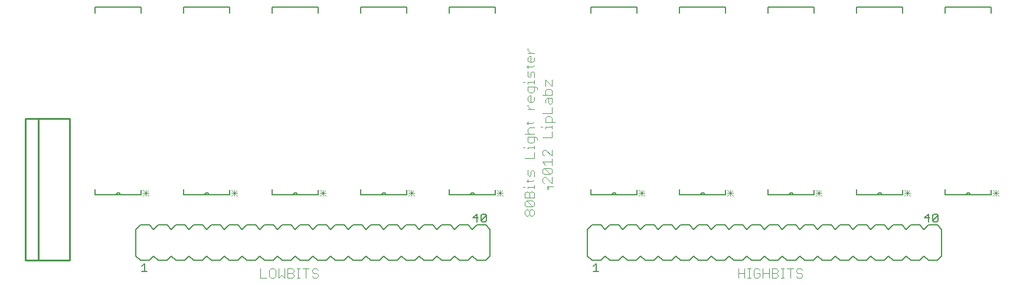
<source format=gto>
G75*
G70*
%OFA0B0*%
%FSLAX24Y24*%
%IPPOS*%
%LPD*%
%AMOC8*
5,1,8,0,0,1.08239X$1,22.5*
%
%ADD10C,0.0040*%
%ADD11C,0.0060*%
%ADD12C,0.0030*%
%ADD13C,0.0050*%
%ADD14C,0.0100*%
D10*
X014621Y000322D02*
X014968Y000322D01*
X015136Y000409D02*
X015223Y000322D01*
X015397Y000322D01*
X015483Y000409D01*
X015483Y000756D01*
X015397Y000843D01*
X015223Y000843D01*
X015136Y000756D01*
X015136Y000409D01*
X014621Y000322D02*
X014621Y000843D01*
X015652Y000843D02*
X015652Y000322D01*
X015826Y000496D01*
X015999Y000322D01*
X015999Y000843D01*
X016168Y000843D02*
X016428Y000843D01*
X016515Y000756D01*
X016515Y000669D01*
X016428Y000583D01*
X016168Y000583D01*
X016168Y000843D02*
X016168Y000322D01*
X016428Y000322D01*
X016515Y000409D01*
X016515Y000496D01*
X016428Y000583D01*
X016683Y000843D02*
X016857Y000843D01*
X016770Y000843D02*
X016770Y000322D01*
X016683Y000322D02*
X016857Y000322D01*
X017201Y000322D02*
X017201Y000843D01*
X017374Y000843D02*
X017027Y000843D01*
X017543Y000756D02*
X017543Y000669D01*
X017629Y000583D01*
X017803Y000583D01*
X017890Y000496D01*
X017890Y000409D01*
X017803Y000322D01*
X017629Y000322D01*
X017543Y000409D01*
X017543Y000756D02*
X017629Y000843D01*
X017803Y000843D01*
X017890Y000756D01*
X029560Y003909D02*
X029560Y004083D01*
X029647Y004169D01*
X029734Y004169D01*
X029821Y004083D01*
X029821Y003909D01*
X029734Y003822D01*
X029647Y003822D01*
X029560Y003909D01*
X029821Y003909D02*
X029907Y003822D01*
X029994Y003822D01*
X030081Y003909D01*
X030081Y004083D01*
X029994Y004169D01*
X029907Y004169D01*
X029821Y004083D01*
X029994Y004338D02*
X029647Y004338D01*
X029560Y004425D01*
X029560Y004598D01*
X029647Y004685D01*
X029994Y004338D01*
X030081Y004425D01*
X030081Y004598D01*
X029994Y004685D01*
X029647Y004685D01*
X029560Y004854D02*
X029560Y005114D01*
X029647Y005201D01*
X029734Y005201D01*
X029821Y005114D01*
X029821Y004854D01*
X030081Y004854D02*
X030081Y005114D01*
X029994Y005201D01*
X029907Y005201D01*
X029821Y005114D01*
X030081Y004854D02*
X029560Y004854D01*
X030821Y005322D02*
X030821Y005496D01*
X031168Y005496D01*
X031081Y005666D02*
X030734Y006013D01*
X030647Y006013D01*
X030560Y005926D01*
X030560Y005753D01*
X030647Y005666D01*
X030907Y005496D02*
X030907Y005322D01*
X031081Y005666D02*
X031081Y006013D01*
X030994Y006182D02*
X030647Y006182D01*
X030560Y006268D01*
X030560Y006442D01*
X030647Y006529D01*
X030994Y006182D01*
X031081Y006268D01*
X031081Y006442D01*
X030994Y006529D01*
X030647Y006529D01*
X030734Y006697D02*
X030560Y006871D01*
X031081Y006871D01*
X031081Y007044D02*
X031081Y006697D01*
X030081Y006317D02*
X029994Y006404D01*
X029907Y006317D01*
X029907Y006143D01*
X029821Y006057D01*
X029734Y006143D01*
X029734Y006404D01*
X030081Y006317D02*
X030081Y006057D01*
X030081Y005886D02*
X029994Y005800D01*
X029647Y005800D01*
X029734Y005886D02*
X029734Y005713D01*
X030081Y005543D02*
X030081Y005369D01*
X030081Y005456D02*
X029734Y005456D01*
X029734Y005369D01*
X029560Y005456D02*
X029474Y005456D01*
X029560Y007088D02*
X030081Y007088D01*
X030081Y007435D01*
X030081Y007604D02*
X030081Y007777D01*
X030081Y007690D02*
X029734Y007690D01*
X029734Y007604D01*
X029560Y007690D02*
X029474Y007690D01*
X029734Y008034D02*
X029821Y007947D01*
X029994Y007947D01*
X030081Y008034D01*
X030081Y008294D01*
X030168Y008294D02*
X029734Y008294D01*
X029734Y008034D01*
X030168Y008294D02*
X030254Y008208D01*
X030254Y008121D01*
X030560Y008244D02*
X031081Y008244D01*
X031081Y008591D01*
X031081Y008760D02*
X031081Y008933D01*
X031081Y008847D02*
X030734Y008847D01*
X030734Y008760D01*
X030560Y008847D02*
X030474Y008847D01*
X030734Y009104D02*
X030734Y009364D01*
X030821Y009451D01*
X030994Y009451D01*
X031081Y009364D01*
X031081Y009104D01*
X031254Y009104D02*
X030734Y009104D01*
X030081Y009152D02*
X029994Y009065D01*
X029647Y009065D01*
X029734Y008979D02*
X029734Y009152D01*
X029821Y008810D02*
X030081Y008810D01*
X029821Y008810D02*
X029734Y008723D01*
X029734Y008550D01*
X029821Y008463D01*
X030081Y008463D02*
X029560Y008463D01*
X030560Y007473D02*
X030560Y007300D01*
X030647Y007213D01*
X030734Y007560D02*
X031081Y007213D01*
X031081Y007560D01*
X030734Y007560D02*
X030647Y007560D01*
X030560Y007473D01*
X030560Y009619D02*
X031081Y009619D01*
X031081Y009966D01*
X030994Y010135D02*
X030907Y010222D01*
X030907Y010482D01*
X030821Y010482D02*
X031081Y010482D01*
X031081Y010222D01*
X030994Y010135D01*
X030734Y010222D02*
X030734Y010395D01*
X030821Y010482D01*
X030734Y010651D02*
X030734Y010911D01*
X030821Y010997D01*
X030994Y010997D01*
X031081Y010911D01*
X031081Y010651D01*
X030560Y010651D01*
X030081Y010528D02*
X030081Y010354D01*
X029994Y010268D01*
X029821Y010268D01*
X029734Y010354D01*
X029734Y010528D01*
X029821Y010615D01*
X029907Y010615D01*
X029907Y010268D01*
X029734Y010098D02*
X029734Y010011D01*
X029907Y009838D01*
X029734Y009838D02*
X030081Y009838D01*
X029994Y010783D02*
X030081Y010870D01*
X030081Y011130D01*
X030168Y011130D02*
X029734Y011130D01*
X029734Y010870D01*
X029821Y010783D01*
X029994Y010783D01*
X030254Y010957D02*
X030254Y011044D01*
X030168Y011130D01*
X030081Y011299D02*
X030081Y011472D01*
X030081Y011386D02*
X029734Y011386D01*
X029734Y011299D01*
X029560Y011386D02*
X029474Y011386D01*
X029734Y011729D02*
X029734Y011990D01*
X029734Y012158D02*
X029734Y012332D01*
X029647Y012245D02*
X029994Y012245D01*
X030081Y012332D01*
X029994Y012502D02*
X029821Y012502D01*
X029734Y012589D01*
X029734Y012762D01*
X029821Y012849D01*
X029907Y012849D01*
X029907Y012502D01*
X029994Y012502D02*
X030081Y012589D01*
X030081Y012762D01*
X030081Y013018D02*
X029734Y013018D01*
X029907Y013018D02*
X029734Y013191D01*
X029734Y013278D01*
X029994Y011990D02*
X029907Y011903D01*
X029907Y011729D01*
X029821Y011643D01*
X029734Y011729D01*
X030081Y011643D02*
X030081Y011903D01*
X029994Y011990D01*
X030734Y011513D02*
X031081Y011166D01*
X031081Y011513D01*
X030734Y011513D02*
X030734Y011166D01*
X041621Y000843D02*
X041621Y000322D01*
X041968Y000322D02*
X041968Y000843D01*
X042136Y000843D02*
X042310Y000843D01*
X042223Y000843D02*
X042223Y000322D01*
X042136Y000322D02*
X042310Y000322D01*
X042480Y000409D02*
X042567Y000322D01*
X042740Y000322D01*
X042827Y000409D01*
X042827Y000583D01*
X042654Y000583D01*
X042827Y000756D02*
X042740Y000843D01*
X042567Y000843D01*
X042480Y000756D01*
X042480Y000409D01*
X042996Y000322D02*
X042996Y000843D01*
X042996Y000583D02*
X043343Y000583D01*
X043511Y000583D02*
X043772Y000583D01*
X043858Y000496D01*
X043858Y000409D01*
X043772Y000322D01*
X043511Y000322D01*
X043511Y000843D01*
X043772Y000843D01*
X043858Y000756D01*
X043858Y000669D01*
X043772Y000583D01*
X044027Y000843D02*
X044201Y000843D01*
X044114Y000843D02*
X044114Y000322D01*
X044027Y000322D02*
X044201Y000322D01*
X044544Y000322D02*
X044544Y000843D01*
X044371Y000843D02*
X044718Y000843D01*
X044886Y000756D02*
X044886Y000669D01*
X044973Y000583D01*
X045147Y000583D01*
X045233Y000496D01*
X045233Y000409D01*
X045147Y000322D01*
X044973Y000322D01*
X044886Y000409D01*
X044886Y000756D02*
X044973Y000843D01*
X045147Y000843D01*
X045233Y000756D01*
X043343Y000843D02*
X043343Y000322D01*
X041968Y000583D02*
X041621Y000583D01*
D11*
X041851Y001302D02*
X041351Y001302D01*
X041101Y001552D01*
X040851Y001302D01*
X040351Y001302D01*
X040101Y001552D01*
X039851Y001302D01*
X039351Y001302D01*
X039101Y001552D01*
X038851Y001302D01*
X038351Y001302D01*
X038101Y001552D01*
X037851Y001302D01*
X037351Y001302D01*
X037101Y001552D01*
X036851Y001302D01*
X036351Y001302D01*
X036101Y001552D01*
X035851Y001302D01*
X035351Y001302D01*
X035101Y001552D01*
X034851Y001302D01*
X034351Y001302D01*
X034101Y001552D01*
X033851Y001302D01*
X033351Y001302D01*
X033101Y001552D01*
X033101Y003052D01*
X033351Y003302D01*
X033851Y003302D01*
X034101Y003052D01*
X034351Y003302D01*
X034851Y003302D01*
X035101Y003052D01*
X035351Y003302D01*
X035851Y003302D01*
X036101Y003052D01*
X036351Y003302D01*
X036851Y003302D01*
X037101Y003052D01*
X037351Y003302D01*
X037851Y003302D01*
X038101Y003052D01*
X038351Y003302D01*
X038851Y003302D01*
X039101Y003052D01*
X039351Y003302D01*
X039851Y003302D01*
X040101Y003052D01*
X040351Y003302D01*
X040851Y003302D01*
X041101Y003052D01*
X041351Y003302D01*
X041851Y003302D01*
X042101Y003052D01*
X042351Y003302D01*
X042851Y003302D01*
X043101Y003052D01*
X043351Y003302D01*
X043851Y003302D01*
X044101Y003052D01*
X044351Y003302D01*
X044851Y003302D01*
X045101Y003052D01*
X045351Y003302D01*
X045851Y003302D01*
X046101Y003052D01*
X046351Y003302D01*
X046851Y003302D01*
X047101Y003052D01*
X047351Y003302D01*
X047851Y003302D01*
X048101Y003052D01*
X048351Y003302D01*
X048851Y003302D01*
X049101Y003052D01*
X049351Y003302D01*
X049851Y003302D01*
X050101Y003052D01*
X050351Y003302D01*
X050851Y003302D01*
X051101Y003052D01*
X051351Y003302D01*
X051851Y003302D01*
X052101Y003052D01*
X052351Y003302D01*
X052851Y003302D01*
X053101Y003052D01*
X053101Y001552D01*
X052851Y001302D01*
X052351Y001302D01*
X052101Y001552D01*
X051851Y001302D01*
X051351Y001302D01*
X051101Y001552D01*
X050851Y001302D01*
X050351Y001302D01*
X050101Y001552D01*
X049851Y001302D01*
X049351Y001302D01*
X049101Y001552D01*
X048851Y001302D01*
X048351Y001302D01*
X048101Y001552D01*
X047851Y001302D01*
X047351Y001302D01*
X047101Y001552D01*
X046851Y001302D01*
X046351Y001302D01*
X046101Y001552D01*
X045851Y001302D01*
X045351Y001302D01*
X045101Y001552D01*
X044851Y001302D01*
X044351Y001302D01*
X044101Y001552D01*
X043851Y001302D01*
X043351Y001302D01*
X043101Y001552D01*
X042851Y001302D01*
X042351Y001302D01*
X042101Y001552D01*
X041851Y001302D01*
X040901Y005002D02*
X039721Y005002D01*
X039481Y005002D01*
X038301Y005002D01*
X038301Y005322D01*
X039481Y005002D02*
X039483Y005023D01*
X039488Y005043D01*
X039497Y005062D01*
X039509Y005079D01*
X039524Y005094D01*
X039541Y005106D01*
X039560Y005115D01*
X039580Y005120D01*
X039601Y005122D01*
X039622Y005120D01*
X039642Y005115D01*
X039661Y005106D01*
X039678Y005094D01*
X039693Y005079D01*
X039705Y005062D01*
X039714Y005043D01*
X039719Y005023D01*
X039721Y005002D01*
X040901Y005002D02*
X040901Y005282D01*
X043301Y005322D02*
X043301Y005002D01*
X044481Y005002D01*
X044721Y005002D01*
X045901Y005002D01*
X045901Y005282D01*
X044721Y005002D02*
X044719Y005023D01*
X044714Y005043D01*
X044705Y005062D01*
X044693Y005079D01*
X044678Y005094D01*
X044661Y005106D01*
X044642Y005115D01*
X044622Y005120D01*
X044601Y005122D01*
X044580Y005120D01*
X044560Y005115D01*
X044541Y005106D01*
X044524Y005094D01*
X044509Y005079D01*
X044497Y005062D01*
X044488Y005043D01*
X044483Y005023D01*
X044481Y005002D01*
X048301Y005002D02*
X049481Y005002D01*
X049721Y005002D01*
X050901Y005002D01*
X050901Y005282D01*
X049721Y005002D02*
X049719Y005023D01*
X049714Y005043D01*
X049705Y005062D01*
X049693Y005079D01*
X049678Y005094D01*
X049661Y005106D01*
X049642Y005115D01*
X049622Y005120D01*
X049601Y005122D01*
X049580Y005120D01*
X049560Y005115D01*
X049541Y005106D01*
X049524Y005094D01*
X049509Y005079D01*
X049497Y005062D01*
X049488Y005043D01*
X049483Y005023D01*
X049481Y005002D01*
X048301Y005002D02*
X048301Y005322D01*
X053301Y005322D02*
X053301Y005002D01*
X054481Y005002D01*
X054721Y005002D01*
X055901Y005002D01*
X055901Y005282D01*
X054721Y005002D02*
X054719Y005023D01*
X054714Y005043D01*
X054705Y005062D01*
X054693Y005079D01*
X054678Y005094D01*
X054661Y005106D01*
X054642Y005115D01*
X054622Y005120D01*
X054601Y005122D01*
X054580Y005120D01*
X054560Y005115D01*
X054541Y005106D01*
X054524Y005094D01*
X054509Y005079D01*
X054497Y005062D01*
X054488Y005043D01*
X054483Y005023D01*
X054481Y005002D01*
X035901Y005002D02*
X035901Y005282D01*
X035901Y005002D02*
X034721Y005002D01*
X034481Y005002D01*
X033301Y005002D01*
X033301Y005322D01*
X034481Y005002D02*
X034483Y005023D01*
X034488Y005043D01*
X034497Y005062D01*
X034509Y005079D01*
X034524Y005094D01*
X034541Y005106D01*
X034560Y005115D01*
X034580Y005120D01*
X034601Y005122D01*
X034622Y005120D01*
X034642Y005115D01*
X034661Y005106D01*
X034678Y005094D01*
X034693Y005079D01*
X034705Y005062D01*
X034714Y005043D01*
X034719Y005023D01*
X034721Y005002D01*
X027901Y005002D02*
X027901Y005282D01*
X027901Y005002D02*
X026721Y005002D01*
X026481Y005002D01*
X025301Y005002D01*
X025301Y005322D01*
X026481Y005002D02*
X026483Y005023D01*
X026488Y005043D01*
X026497Y005062D01*
X026509Y005079D01*
X026524Y005094D01*
X026541Y005106D01*
X026560Y005115D01*
X026580Y005120D01*
X026601Y005122D01*
X026622Y005120D01*
X026642Y005115D01*
X026661Y005106D01*
X026678Y005094D01*
X026693Y005079D01*
X026705Y005062D01*
X026714Y005043D01*
X026719Y005023D01*
X026721Y005002D01*
X022901Y005002D02*
X022901Y005282D01*
X022901Y005002D02*
X021721Y005002D01*
X021481Y005002D01*
X020301Y005002D01*
X020301Y005322D01*
X021481Y005002D02*
X021483Y005023D01*
X021488Y005043D01*
X021497Y005062D01*
X021509Y005079D01*
X021524Y005094D01*
X021541Y005106D01*
X021560Y005115D01*
X021580Y005120D01*
X021601Y005122D01*
X021622Y005120D01*
X021642Y005115D01*
X021661Y005106D01*
X021678Y005094D01*
X021693Y005079D01*
X021705Y005062D01*
X021714Y005043D01*
X021719Y005023D01*
X021721Y005002D01*
X017901Y005002D02*
X017901Y005282D01*
X017901Y005002D02*
X016721Y005002D01*
X016481Y005002D01*
X015301Y005002D01*
X015301Y005322D01*
X016481Y005002D02*
X016483Y005023D01*
X016488Y005043D01*
X016497Y005062D01*
X016509Y005079D01*
X016524Y005094D01*
X016541Y005106D01*
X016560Y005115D01*
X016580Y005120D01*
X016601Y005122D01*
X016622Y005120D01*
X016642Y005115D01*
X016661Y005106D01*
X016678Y005094D01*
X016693Y005079D01*
X016705Y005062D01*
X016714Y005043D01*
X016719Y005023D01*
X016721Y005002D01*
X012901Y005002D02*
X012901Y005282D01*
X012901Y005002D02*
X011721Y005002D01*
X011481Y005002D01*
X010301Y005002D01*
X010301Y005322D01*
X011481Y005002D02*
X011483Y005023D01*
X011488Y005043D01*
X011497Y005062D01*
X011509Y005079D01*
X011524Y005094D01*
X011541Y005106D01*
X011560Y005115D01*
X011580Y005120D01*
X011601Y005122D01*
X011622Y005120D01*
X011642Y005115D01*
X011661Y005106D01*
X011678Y005094D01*
X011693Y005079D01*
X011705Y005062D01*
X011714Y005043D01*
X011719Y005023D01*
X011721Y005002D01*
X007901Y005002D02*
X007901Y005282D01*
X007901Y005002D02*
X006721Y005002D01*
X006481Y005002D01*
X005301Y005002D01*
X005301Y005322D01*
X006481Y005002D02*
X006483Y005023D01*
X006488Y005043D01*
X006497Y005062D01*
X006509Y005079D01*
X006524Y005094D01*
X006541Y005106D01*
X006560Y005115D01*
X006580Y005120D01*
X006601Y005122D01*
X006622Y005120D01*
X006642Y005115D01*
X006661Y005106D01*
X006678Y005094D01*
X006693Y005079D01*
X006705Y005062D01*
X006714Y005043D01*
X006719Y005023D01*
X006721Y005002D01*
X007851Y003302D02*
X007601Y003052D01*
X007601Y001552D01*
X007851Y001302D01*
X008351Y001302D01*
X008601Y001552D01*
X008851Y001302D01*
X009351Y001302D01*
X009601Y001552D01*
X009851Y001302D01*
X010351Y001302D01*
X010601Y001552D01*
X010851Y001302D01*
X011351Y001302D01*
X011601Y001552D01*
X011851Y001302D01*
X012351Y001302D01*
X012601Y001552D01*
X012851Y001302D01*
X013351Y001302D01*
X013601Y001552D01*
X013851Y001302D01*
X014351Y001302D01*
X014601Y001552D01*
X014851Y001302D01*
X015351Y001302D01*
X015601Y001552D01*
X015851Y001302D01*
X016351Y001302D01*
X016601Y001552D01*
X016851Y001302D01*
X017351Y001302D01*
X017601Y001552D01*
X017851Y001302D01*
X018351Y001302D01*
X018601Y001552D01*
X018851Y001302D01*
X019351Y001302D01*
X019601Y001552D01*
X019851Y001302D01*
X020351Y001302D01*
X020601Y001552D01*
X020851Y001302D01*
X021351Y001302D01*
X021601Y001552D01*
X021851Y001302D01*
X022351Y001302D01*
X022601Y001552D01*
X022851Y001302D01*
X023351Y001302D01*
X023601Y001552D01*
X023851Y001302D01*
X024351Y001302D01*
X024601Y001552D01*
X024851Y001302D01*
X025351Y001302D01*
X025601Y001552D01*
X025851Y001302D01*
X026351Y001302D01*
X026601Y001552D01*
X026851Y001302D01*
X027351Y001302D01*
X027601Y001552D01*
X027601Y003052D01*
X027351Y003302D01*
X026851Y003302D01*
X026601Y003052D01*
X026351Y003302D01*
X025851Y003302D01*
X025601Y003052D01*
X025351Y003302D01*
X024851Y003302D01*
X024601Y003052D01*
X024351Y003302D01*
X023851Y003302D01*
X023601Y003052D01*
X023351Y003302D01*
X022851Y003302D01*
X022601Y003052D01*
X022351Y003302D01*
X021851Y003302D01*
X021601Y003052D01*
X021351Y003302D01*
X020851Y003302D01*
X020601Y003052D01*
X020351Y003302D01*
X019851Y003302D01*
X019601Y003052D01*
X019351Y003302D01*
X018851Y003302D01*
X018601Y003052D01*
X018351Y003302D01*
X017851Y003302D01*
X017601Y003052D01*
X017351Y003302D01*
X016851Y003302D01*
X016601Y003052D01*
X016351Y003302D01*
X015851Y003302D01*
X015601Y003052D01*
X015351Y003302D01*
X014851Y003302D01*
X014601Y003052D01*
X014351Y003302D01*
X013851Y003302D01*
X013601Y003052D01*
X013351Y003302D01*
X012851Y003302D01*
X012601Y003052D01*
X012351Y003302D01*
X011851Y003302D01*
X011601Y003052D01*
X011351Y003302D01*
X010851Y003302D01*
X010601Y003052D01*
X010351Y003302D01*
X009851Y003302D01*
X009601Y003052D01*
X009351Y003302D01*
X008851Y003302D01*
X008601Y003052D01*
X008351Y003302D01*
X007851Y003302D01*
X007901Y015282D02*
X007901Y015602D01*
X005301Y015602D01*
X005301Y015282D01*
X010301Y015282D02*
X010301Y015602D01*
X012901Y015602D01*
X012901Y015282D01*
X015301Y015282D02*
X015301Y015602D01*
X017901Y015602D01*
X017901Y015282D01*
X020301Y015282D02*
X020301Y015602D01*
X022901Y015602D01*
X022901Y015282D01*
X025301Y015282D02*
X025301Y015602D01*
X027901Y015602D01*
X027901Y015282D01*
X033301Y015282D02*
X033301Y015602D01*
X035901Y015602D01*
X035901Y015282D01*
X038301Y015282D02*
X038301Y015602D01*
X040901Y015602D01*
X040901Y015282D01*
X043301Y015282D02*
X043301Y015602D01*
X045901Y015602D01*
X045901Y015282D01*
X048301Y015282D02*
X048301Y015602D01*
X050901Y015602D01*
X050901Y015282D01*
X053301Y015282D02*
X053301Y015602D01*
X055901Y015602D01*
X055901Y015282D01*
D12*
X056002Y005269D02*
X056316Y004955D01*
X056159Y004955D02*
X056159Y005269D01*
X056316Y005269D02*
X056002Y004955D01*
X056002Y005112D02*
X056316Y005112D01*
X051316Y005112D02*
X051002Y005112D01*
X051002Y004955D02*
X051316Y005269D01*
X051159Y005269D02*
X051159Y004955D01*
X051316Y004955D02*
X051002Y005269D01*
X046316Y005269D02*
X046002Y004955D01*
X046159Y004955D02*
X046159Y005269D01*
X046002Y005269D02*
X046316Y004955D01*
X046316Y005112D02*
X046002Y005112D01*
X041316Y005112D02*
X041002Y005112D01*
X041002Y004955D02*
X041316Y005269D01*
X041159Y005269D02*
X041159Y004955D01*
X041316Y004955D02*
X041002Y005269D01*
X036316Y005269D02*
X036002Y004955D01*
X036159Y004955D02*
X036159Y005269D01*
X036002Y005269D02*
X036316Y004955D01*
X036316Y005112D02*
X036002Y005112D01*
X028316Y005112D02*
X028002Y005112D01*
X028002Y004955D02*
X028316Y005269D01*
X028159Y005269D02*
X028159Y004955D01*
X028316Y004955D02*
X028002Y005269D01*
X023316Y005269D02*
X023002Y004955D01*
X023159Y004955D02*
X023159Y005269D01*
X023002Y005269D02*
X023316Y004955D01*
X023316Y005112D02*
X023002Y005112D01*
X018316Y005112D02*
X018002Y005112D01*
X018002Y004955D02*
X018316Y005269D01*
X018159Y005269D02*
X018159Y004955D01*
X018316Y004955D02*
X018002Y005269D01*
X013316Y005269D02*
X013002Y004955D01*
X013159Y004955D02*
X013159Y005269D01*
X013002Y005269D02*
X013316Y004955D01*
X013316Y005112D02*
X013002Y005112D01*
X008316Y005112D02*
X008002Y005112D01*
X008002Y004955D02*
X008316Y005269D01*
X008159Y005269D02*
X008159Y004955D01*
X008316Y004955D02*
X008002Y005269D01*
D13*
X008076Y001128D02*
X008076Y000677D01*
X007926Y000677D02*
X008226Y000677D01*
X007926Y000978D02*
X008076Y001128D01*
X026626Y003703D02*
X026926Y003703D01*
X027086Y003853D02*
X027086Y003552D01*
X027386Y003853D01*
X027386Y003552D01*
X027311Y003477D01*
X027161Y003477D01*
X027086Y003552D01*
X026851Y003477D02*
X026851Y003928D01*
X026626Y003703D01*
X027086Y003853D02*
X027161Y003928D01*
X027311Y003928D01*
X027386Y003853D01*
X033426Y000978D02*
X033576Y001128D01*
X033576Y000677D01*
X033426Y000677D02*
X033726Y000677D01*
X052126Y003703D02*
X052426Y003703D01*
X052586Y003853D02*
X052586Y003552D01*
X052886Y003853D01*
X052886Y003552D01*
X052811Y003477D01*
X052661Y003477D01*
X052586Y003552D01*
X052351Y003477D02*
X052351Y003928D01*
X052126Y003703D01*
X052586Y003853D02*
X052661Y003928D01*
X052811Y003928D01*
X052886Y003853D01*
D14*
X002101Y001302D02*
X001351Y001302D01*
X001351Y009302D01*
X002101Y009302D01*
X002101Y001302D01*
X003851Y001302D01*
X003851Y009302D01*
X002101Y009302D01*
M02*

</source>
